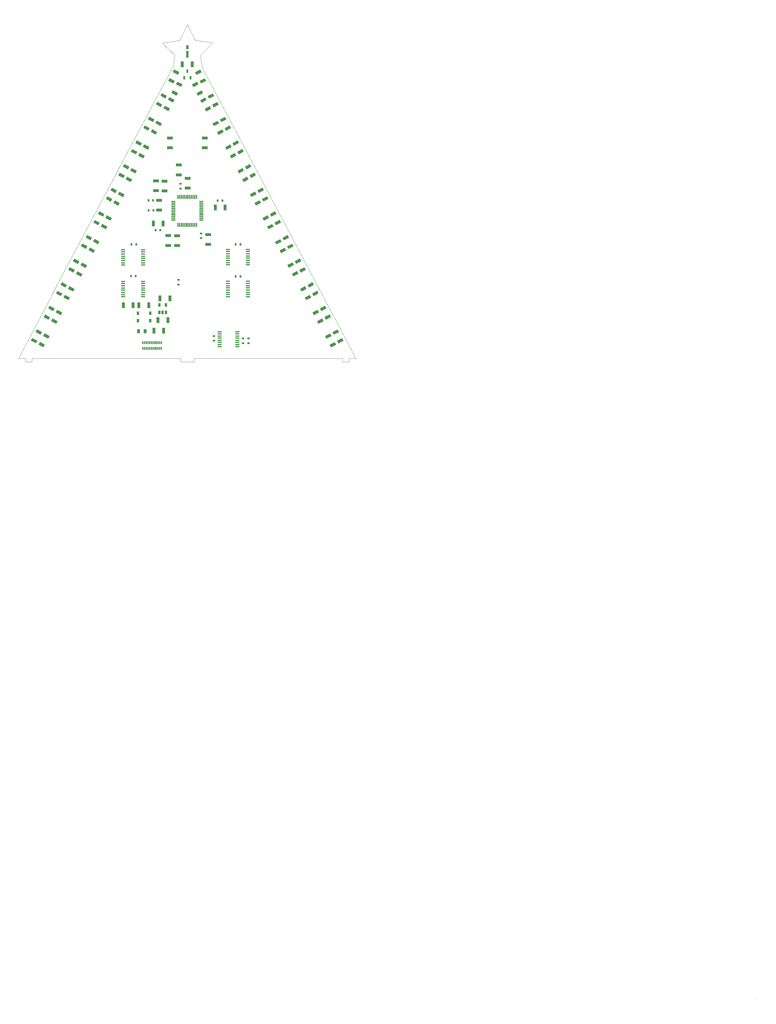
<source format=gtp>
%TF.GenerationSoftware,KiCad,Pcbnew,(5.1.6-0-10_14)*%
%TF.CreationDate,2020-10-09T22:40:52+02:00*%
%TF.ProjectId,nowae029,6e6f7761-6530-4323-992e-6b696361645f,0*%
%TF.SameCoordinates,Original*%
%TF.FileFunction,Paste,Top*%
%TF.FilePolarity,Positive*%
%FSLAX46Y46*%
G04 Gerber Fmt 4.6, Leading zero omitted, Abs format (unit mm)*
G04 Created by KiCad (PCBNEW (5.1.6-0-10_14)) date 2020-10-09 22:40:52*
%MOMM*%
%LPD*%
G01*
G04 APERTURE LIST*
%TA.AperFunction,Profile*%
%ADD10C,0.050000*%
%TD*%
%TA.AperFunction,Profile*%
%ADD11C,0.200000*%
%TD*%
%ADD12C,0.100000*%
%ADD13R,1.150000X0.300000*%
%ADD14R,0.300000X1.150000*%
%ADD15R,0.600000X0.800000*%
%ADD16R,0.900000X1.700000*%
%ADD17R,1.700000X0.900000*%
%ADD18R,0.800000X0.600000*%
%ADD19R,0.800000X1.000000*%
%ADD20R,0.900000X1.300000*%
%ADD21R,0.300000X0.850000*%
%ADD22R,1.250000X0.350000*%
%ADD23R,0.650000X1.060000*%
%ADD24R,1.200000X0.400000*%
%ADD25R,0.800000X1.200000*%
%ADD26R,0.800000X2.000000*%
%ADD27R,0.600000X1.000000*%
G04 APERTURE END LIST*
D10*
X95849877Y-42393418D02*
X96326817Y-39221785D01*
X107560690Y-35486081D02*
X103832837Y-39170169D01*
X102368975Y-34768100D02*
X107560690Y-35486081D01*
X96326817Y-39221785D02*
X92548651Y-35589313D01*
X92548651Y-35589313D02*
X97730000Y-34800000D01*
X95849877Y-42393418D02*
X94417635Y-45086053D01*
X94417635Y-45086053D02*
X92985389Y-47778769D01*
X92985389Y-47778769D02*
X91553138Y-50471647D01*
X91553138Y-50471647D02*
X90120876Y-53164768D01*
X90120876Y-53164768D02*
X88688601Y-55858214D01*
X88688601Y-55858214D02*
X87256309Y-58552065D01*
X87256309Y-58552065D02*
X85823997Y-61246402D01*
X85823997Y-61246402D02*
X84391662Y-63941307D01*
X84391662Y-63941307D02*
X82959301Y-66636860D01*
X82959301Y-66636860D02*
X81526909Y-69333143D01*
X81526909Y-69333143D02*
X80094484Y-72030236D01*
X80094484Y-72030236D02*
X78662023Y-74728221D01*
X78662023Y-74728221D02*
X77229522Y-77427179D01*
X77229522Y-77427179D02*
X75796977Y-80127190D01*
X75796977Y-80127190D02*
X74364387Y-82828336D01*
X74364387Y-82828336D02*
X72931746Y-85530699D01*
X72931746Y-85530699D02*
X71499052Y-88234358D01*
X71499052Y-88234358D02*
X70066301Y-90939395D01*
X70066301Y-90939395D02*
X68633491Y-93645891D01*
X68633491Y-93645891D02*
X67200617Y-96353928D01*
X67200617Y-96353928D02*
X65767678Y-99063585D01*
X65767678Y-99063585D02*
X64334668Y-101774945D01*
X64334668Y-101774945D02*
X62901585Y-104488088D01*
X62901585Y-104488088D02*
X61468426Y-107203095D01*
X61468426Y-107203095D02*
X60035186Y-109920048D01*
X60035186Y-109920048D02*
X58601864Y-112639028D01*
X58601864Y-112639028D02*
X57168456Y-115360115D01*
X57168456Y-115360115D02*
X55734957Y-118083390D01*
X55734957Y-118083390D02*
X54301366Y-120808935D01*
X54301366Y-120808935D02*
X52867678Y-123536831D01*
X52867678Y-123536831D02*
X51433890Y-126267159D01*
X51433890Y-126267159D02*
X50000000Y-129000000D01*
X103832837Y-39170169D02*
X104449243Y-42890699D01*
X100017169Y-30084255D02*
X102368975Y-34768100D01*
X104449243Y-42890699D02*
X150000000Y-129000000D01*
X97730000Y-34800000D02*
X100017169Y-30084255D01*
X148000000Y-129000000D02*
X150000000Y-129000000D01*
X148000000Y-130000000D02*
X148000000Y-129000000D01*
X146000000Y-130000000D02*
X148000000Y-130000000D01*
X146000000Y-129000000D02*
X146000000Y-130000000D01*
X102000000Y-129000000D02*
X146000000Y-129000000D01*
X102000000Y-130000000D02*
X102000000Y-129000000D01*
X98000000Y-130000000D02*
X102000000Y-130000000D01*
X98000000Y-129000000D02*
X98000000Y-130000000D01*
X54000000Y-129000000D02*
X98000000Y-129000000D01*
X54000000Y-130000000D02*
X54000000Y-129000000D01*
X52000000Y-130000000D02*
X54000000Y-130000000D01*
X52000000Y-129000000D02*
X52000000Y-130000000D01*
X50000000Y-129000000D02*
X52000000Y-129000000D01*
D11*
X268944859Y-318881889D02*
X268944859Y-318881889D01*
D12*
%TO.C,DL605*%
G36*
X87400757Y-59973623D02*
G01*
X88901768Y-60771724D01*
X88479243Y-61566377D01*
X86978232Y-60768276D01*
X87400757Y-59973623D01*
G37*
G36*
X88762225Y-57413075D02*
G01*
X90263236Y-58211176D01*
X89840711Y-59005829D01*
X88339700Y-58207728D01*
X88762225Y-57413075D01*
G37*
%TD*%
%TO.C,R313*%
G36*
X122307498Y-87421450D02*
G01*
X123808509Y-86623349D01*
X124231034Y-87418002D01*
X122730023Y-88216103D01*
X122307498Y-87421450D01*
G37*
G36*
X123668966Y-89981998D02*
G01*
X125169977Y-89183897D01*
X125592502Y-89978550D01*
X124091491Y-90776651D01*
X123668966Y-89981998D01*
G37*
%TD*%
D13*
%TO.C,U201*%
X95850000Y-82550000D03*
X95850000Y-83050000D03*
X95850000Y-83550000D03*
X95850000Y-84050000D03*
X95850000Y-84550000D03*
X95850000Y-85050000D03*
X95850000Y-85550000D03*
X95850000Y-86050000D03*
X95850000Y-86550000D03*
X95850000Y-87050000D03*
X95850000Y-87550000D03*
X95850000Y-88050000D03*
D14*
X97250000Y-89450000D03*
X97750000Y-89450000D03*
X98250000Y-89450000D03*
X98750000Y-89450000D03*
X99250000Y-89450000D03*
X99750000Y-89450000D03*
X100250000Y-89450000D03*
X100750000Y-89450000D03*
X101250000Y-89450000D03*
X101750000Y-89450000D03*
X102250000Y-89450000D03*
X102750000Y-89450000D03*
D13*
X104150000Y-88050000D03*
X104150000Y-87550000D03*
X104150000Y-87050000D03*
X104150000Y-86550000D03*
X104150000Y-86050000D03*
X104150000Y-85550000D03*
X104150000Y-85050000D03*
X104150000Y-84550000D03*
X104150000Y-84050000D03*
X104150000Y-83550000D03*
X104150000Y-83050000D03*
X104150000Y-82550000D03*
D14*
X102750000Y-81150000D03*
X102250000Y-81150000D03*
X101750000Y-81150000D03*
X101250000Y-81150000D03*
X100750000Y-81150000D03*
X100250000Y-81150000D03*
X99750000Y-81150000D03*
X99250000Y-81150000D03*
X98750000Y-81150000D03*
X98250000Y-81150000D03*
X97750000Y-81150000D03*
X97250000Y-81150000D03*
%TD*%
D15*
%TO.C,C201*%
X110450000Y-82300000D03*
X109050000Y-82300000D03*
%TD*%
%TO.C,C202*%
X89910000Y-82190000D03*
X88510000Y-82190000D03*
%TD*%
%TO.C,C203*%
X88530000Y-85120000D03*
X89930000Y-85120000D03*
%TD*%
D16*
%TO.C,C204*%
X111200000Y-84300000D03*
X108300000Y-84300000D03*
%TD*%
D15*
%TO.C,C205*%
X92030000Y-91030000D03*
X90630000Y-91030000D03*
%TD*%
D16*
%TO.C,C206*%
X89980000Y-89030000D03*
X92880000Y-89030000D03*
%TD*%
D17*
%TO.C,C207*%
X100120000Y-78550000D03*
X100120000Y-75650000D03*
%TD*%
D18*
%TO.C,C208*%
X98020000Y-77300000D03*
X98020000Y-78700000D03*
%TD*%
D17*
%TO.C,C209*%
X106200000Y-92350000D03*
X106200000Y-95250000D03*
%TD*%
D18*
%TO.C,C210*%
X104100000Y-93400000D03*
X104100000Y-92000000D03*
%TD*%
%TO.C,C211*%
X97430000Y-105760000D03*
X97430000Y-107160000D03*
%TD*%
D15*
%TO.C,C301*%
X115750000Y-95250000D03*
X114350000Y-95250000D03*
%TD*%
%TO.C,C302*%
X114350000Y-104750000D03*
X115750000Y-104750000D03*
%TD*%
D16*
%TO.C,C401*%
X91350000Y-117700000D03*
X94250000Y-117700000D03*
%TD*%
%TO.C,C402*%
X91950000Y-111200000D03*
X94850000Y-111200000D03*
%TD*%
%TO.C,C501*%
X93050000Y-120800000D03*
X90150000Y-120800000D03*
%TD*%
D18*
%TO.C,C502*%
X107930000Y-123790000D03*
X107930000Y-122390000D03*
%TD*%
%TO.C,C503*%
X116570000Y-124490000D03*
X116570000Y-123090000D03*
%TD*%
%TO.C,C504*%
X118170000Y-123090000D03*
X118170000Y-124490000D03*
%TD*%
D15*
%TO.C,C601*%
X83460000Y-95210000D03*
X84860000Y-95210000D03*
%TD*%
%TO.C,C602*%
X84730000Y-104620000D03*
X83330000Y-104620000D03*
%TD*%
D19*
%TO.C,D401*%
X85400000Y-117800000D03*
X89000000Y-117800000D03*
%TD*%
%TO.C,D402*%
X89000000Y-115600000D03*
X85400000Y-115600000D03*
%TD*%
D20*
%TO.C,D501*%
X85600000Y-121000000D03*
X87500000Y-121000000D03*
%TD*%
D12*
%TO.C,DL301*%
G36*
X103688232Y-46801724D02*
G01*
X105189243Y-46003623D01*
X105611768Y-46798276D01*
X104110757Y-47596377D01*
X103688232Y-46801724D01*
G37*
G36*
X102326764Y-44241176D02*
G01*
X103827775Y-43443075D01*
X104250300Y-44237728D01*
X102749289Y-45035829D01*
X102326764Y-44241176D01*
G37*
%TD*%
%TO.C,DL303*%
G36*
X107399700Y-53862272D02*
G01*
X108900711Y-53064171D01*
X109323236Y-53858824D01*
X107822225Y-54656925D01*
X107399700Y-53862272D01*
G37*
G36*
X106038232Y-51301724D02*
G01*
X107539243Y-50503623D01*
X107961768Y-51298276D01*
X106460757Y-52096377D01*
X106038232Y-51301724D01*
G37*
%TD*%
%TO.C,DL305*%
G36*
X111088232Y-60801724D02*
G01*
X112589243Y-60003623D01*
X113011768Y-60798276D01*
X111510757Y-61596377D01*
X111088232Y-60801724D01*
G37*
G36*
X109726764Y-58241176D02*
G01*
X111227775Y-57443075D01*
X111650300Y-58237728D01*
X110149289Y-59035829D01*
X109726764Y-58241176D01*
G37*
%TD*%
%TO.C,DL307*%
G36*
X114818966Y-67781998D02*
G01*
X116319977Y-66983897D01*
X116742502Y-67778550D01*
X115241491Y-68576651D01*
X114818966Y-67781998D01*
G37*
G36*
X113457498Y-65221450D02*
G01*
X114958509Y-64423349D01*
X115381034Y-65218002D01*
X113880023Y-66016103D01*
X113457498Y-65221450D01*
G37*
%TD*%
%TO.C,DL309*%
G36*
X118468966Y-74781998D02*
G01*
X119969977Y-73983897D01*
X120392502Y-74778550D01*
X118891491Y-75576651D01*
X118468966Y-74781998D01*
G37*
G36*
X117107498Y-72221450D02*
G01*
X118608509Y-71423349D01*
X119031034Y-72218002D01*
X117530023Y-73016103D01*
X117107498Y-72221450D01*
G37*
%TD*%
%TO.C,DL311*%
G36*
X122168966Y-81781998D02*
G01*
X123669977Y-80983897D01*
X124092502Y-81778550D01*
X122591491Y-82576651D01*
X122168966Y-81781998D01*
G37*
G36*
X120807498Y-79221450D02*
G01*
X122308509Y-78423349D01*
X122731034Y-79218002D01*
X121230023Y-80016103D01*
X120807498Y-79221450D01*
G37*
%TD*%
%TO.C,DL313*%
G36*
X125868966Y-88781998D02*
G01*
X127369977Y-87983897D01*
X127792502Y-88778550D01*
X126291491Y-89576651D01*
X125868966Y-88781998D01*
G37*
G36*
X124507498Y-86221450D02*
G01*
X126008509Y-85423349D01*
X126431034Y-86218002D01*
X124930023Y-87016103D01*
X124507498Y-86221450D01*
G37*
%TD*%
%TO.C,DL315*%
G36*
X129618966Y-95831998D02*
G01*
X131119977Y-95033897D01*
X131542502Y-95828550D01*
X130041491Y-96626651D01*
X129618966Y-95831998D01*
G37*
G36*
X128257498Y-93271450D02*
G01*
X129758509Y-92473349D01*
X130181034Y-93268002D01*
X128680023Y-94066103D01*
X128257498Y-93271450D01*
G37*
%TD*%
%TO.C,DL317*%
G36*
X133268966Y-102781998D02*
G01*
X134769977Y-101983897D01*
X135192502Y-102778550D01*
X133691491Y-103576651D01*
X133268966Y-102781998D01*
G37*
G36*
X131907498Y-100221450D02*
G01*
X133408509Y-99423349D01*
X133831034Y-100218002D01*
X132330023Y-101016103D01*
X131907498Y-100221450D01*
G37*
%TD*%
%TO.C,DL319*%
G36*
X137018966Y-109781998D02*
G01*
X138519977Y-108983897D01*
X138942502Y-109778550D01*
X137441491Y-110576651D01*
X137018966Y-109781998D01*
G37*
G36*
X135657498Y-107221450D02*
G01*
X137158509Y-106423349D01*
X137581034Y-107218002D01*
X136080023Y-108016103D01*
X135657498Y-107221450D01*
G37*
%TD*%
%TO.C,DL321*%
G36*
X140718966Y-116781998D02*
G01*
X142219977Y-115983897D01*
X142642502Y-116778550D01*
X141141491Y-117576651D01*
X140718966Y-116781998D01*
G37*
G36*
X139357498Y-114221450D02*
G01*
X140858509Y-113423349D01*
X141281034Y-114218002D01*
X139780023Y-115016103D01*
X139357498Y-114221450D01*
G37*
%TD*%
%TO.C,DL323*%
G36*
X144418966Y-123781998D02*
G01*
X145919977Y-122983897D01*
X146342502Y-123778550D01*
X144841491Y-124576651D01*
X144418966Y-123781998D01*
G37*
G36*
X143057498Y-121221450D02*
G01*
X144558509Y-120423349D01*
X144981034Y-121218002D01*
X143480023Y-122016103D01*
X143057498Y-121221450D01*
G37*
%TD*%
%TO.C,DL601*%
G36*
X94820023Y-45983897D02*
G01*
X96321034Y-46781998D01*
X95898509Y-47576651D01*
X94397498Y-46778550D01*
X94820023Y-45983897D01*
G37*
G36*
X96181491Y-43423349D02*
G01*
X97682502Y-44221450D01*
X97259977Y-45016103D01*
X95758966Y-44218002D01*
X96181491Y-43423349D01*
G37*
%TD*%
%TO.C,DL603*%
G36*
X91120023Y-52993897D02*
G01*
X92621034Y-53791998D01*
X92198509Y-54586651D01*
X90697498Y-53788550D01*
X91120023Y-52993897D01*
G37*
G36*
X92481491Y-50433349D02*
G01*
X93982502Y-51231450D01*
X93559977Y-52026103D01*
X92058966Y-51228002D01*
X92481491Y-50433349D01*
G37*
%TD*%
%TO.C,DL607*%
G36*
X83710023Y-67003897D02*
G01*
X85211034Y-67801998D01*
X84788509Y-68596651D01*
X83287498Y-67798550D01*
X83710023Y-67003897D01*
G37*
G36*
X85071491Y-64443349D02*
G01*
X86572502Y-65241450D01*
X86149977Y-66036103D01*
X84648966Y-65238002D01*
X85071491Y-64443349D01*
G37*
%TD*%
%TO.C,DL609*%
G36*
X79990023Y-74003897D02*
G01*
X81491034Y-74801998D01*
X81068509Y-75596651D01*
X79567498Y-74798550D01*
X79990023Y-74003897D01*
G37*
G36*
X81351491Y-71443349D02*
G01*
X82852502Y-72241450D01*
X82429977Y-73036103D01*
X80928966Y-72238002D01*
X81351491Y-71443349D01*
G37*
%TD*%
%TO.C,DL611*%
G36*
X76295023Y-81009634D02*
G01*
X77796034Y-81807735D01*
X77373509Y-82602388D01*
X75872498Y-81804287D01*
X76295023Y-81009634D01*
G37*
G36*
X77656491Y-78449086D02*
G01*
X79157502Y-79247187D01*
X78734977Y-80041840D01*
X77233966Y-79243739D01*
X77656491Y-78449086D01*
G37*
%TD*%
%TO.C,DL613*%
G36*
X72580023Y-88003897D02*
G01*
X74081034Y-88801998D01*
X73658509Y-89596651D01*
X72157498Y-88798550D01*
X72580023Y-88003897D01*
G37*
G36*
X73941491Y-85443349D02*
G01*
X75442502Y-86241450D01*
X75019977Y-87036103D01*
X73518966Y-86238002D01*
X73941491Y-85443349D01*
G37*
%TD*%
%TO.C,DL615*%
G36*
X68920023Y-94983897D02*
G01*
X70421034Y-95781998D01*
X69998509Y-96576651D01*
X68497498Y-95778550D01*
X68920023Y-94983897D01*
G37*
G36*
X70281491Y-92423349D02*
G01*
X71782502Y-93221450D01*
X71359977Y-94016103D01*
X69858966Y-93218002D01*
X70281491Y-92423349D01*
G37*
%TD*%
%TO.C,DL617*%
G36*
X65190023Y-102003897D02*
G01*
X66691034Y-102801998D01*
X66268509Y-103596651D01*
X64767498Y-102798550D01*
X65190023Y-102003897D01*
G37*
G36*
X66551491Y-99443349D02*
G01*
X68052502Y-100241450D01*
X67629977Y-101036103D01*
X66128966Y-100238002D01*
X66551491Y-99443349D01*
G37*
%TD*%
%TO.C,DL619*%
G36*
X61480023Y-108993897D02*
G01*
X62981034Y-109791998D01*
X62558509Y-110586651D01*
X61057498Y-109788550D01*
X61480023Y-108993897D01*
G37*
G36*
X62841491Y-106433349D02*
G01*
X64342502Y-107231450D01*
X63919977Y-108026103D01*
X62418966Y-107228002D01*
X62841491Y-106433349D01*
G37*
%TD*%
%TO.C,DL621*%
G36*
X57840023Y-115993897D02*
G01*
X59341034Y-116791998D01*
X58918509Y-117586651D01*
X57417498Y-116788550D01*
X57840023Y-115993897D01*
G37*
G36*
X59201491Y-113433349D02*
G01*
X60702502Y-114231450D01*
X60279977Y-115026103D01*
X58778966Y-114228002D01*
X59201491Y-113433349D01*
G37*
%TD*%
%TO.C,DL623*%
G36*
X54100023Y-122973897D02*
G01*
X55601034Y-123771998D01*
X55178509Y-124566651D01*
X53677498Y-123768550D01*
X54100023Y-122973897D01*
G37*
G36*
X55461491Y-120413349D02*
G01*
X56962502Y-121211450D01*
X56539977Y-122006103D01*
X55038966Y-121208002D01*
X55461491Y-120413349D01*
G37*
%TD*%
D21*
%TO.C,P501*%
X86850000Y-124370000D03*
X87350000Y-124370000D03*
X87850000Y-124370000D03*
X88350000Y-124370000D03*
X88850000Y-124370000D03*
X89350000Y-124370000D03*
X89850000Y-124370000D03*
X90350000Y-124370000D03*
X90850000Y-124370000D03*
X91350000Y-124370000D03*
X91850000Y-124370000D03*
X92350000Y-124370000D03*
X86850000Y-126030000D03*
X87350000Y-126030000D03*
X87850000Y-126030000D03*
X88350000Y-126030000D03*
X88850000Y-126030000D03*
X89350000Y-126030000D03*
X89850000Y-126030000D03*
X90350000Y-126030000D03*
X90850000Y-126030000D03*
X91350000Y-126030000D03*
X91850000Y-126030000D03*
X92350000Y-126030000D03*
%TD*%
D17*
%TO.C,R201*%
X90750000Y-79340000D03*
X90750000Y-76440000D03*
%TD*%
%TO.C,R202*%
X94900000Y-63750000D03*
X94900000Y-66650000D03*
%TD*%
%TO.C,R203*%
X93250000Y-76490000D03*
X93250000Y-79390000D03*
%TD*%
%TO.C,R204*%
X105200000Y-66650000D03*
X105200000Y-63750000D03*
%TD*%
%TO.C,R205*%
X94400000Y-92650000D03*
X94400000Y-95550000D03*
%TD*%
%TO.C,R206*%
X97000000Y-95600000D03*
X97000000Y-92700000D03*
%TD*%
D12*
%TO.C,R301*%
G36*
X101388232Y-47851724D02*
G01*
X102889243Y-47053623D01*
X103311768Y-47848276D01*
X101810757Y-48646377D01*
X101388232Y-47851724D01*
G37*
G36*
X102749700Y-50412272D02*
G01*
X104250711Y-49614171D01*
X104673236Y-50408824D01*
X103172225Y-51206925D01*
X102749700Y-50412272D01*
G37*
%TD*%
%TO.C,R303*%
G36*
X103807498Y-52521450D02*
G01*
X105308509Y-51723349D01*
X105731034Y-52518002D01*
X104230023Y-53316103D01*
X103807498Y-52521450D01*
G37*
G36*
X105168966Y-55081998D02*
G01*
X106669977Y-54283897D01*
X107092502Y-55078550D01*
X105591491Y-55876651D01*
X105168966Y-55081998D01*
G37*
%TD*%
%TO.C,R305*%
G36*
X107507498Y-59421450D02*
G01*
X109008509Y-58623349D01*
X109431034Y-59418002D01*
X107930023Y-60216103D01*
X107507498Y-59421450D01*
G37*
G36*
X108868966Y-61981998D02*
G01*
X110369977Y-61183897D01*
X110792502Y-61978550D01*
X109291491Y-62776651D01*
X108868966Y-61981998D01*
G37*
%TD*%
%TO.C,R307*%
G36*
X111257498Y-66421450D02*
G01*
X112758509Y-65623349D01*
X113181034Y-66418002D01*
X111680023Y-67216103D01*
X111257498Y-66421450D01*
G37*
G36*
X112618966Y-68981998D02*
G01*
X114119977Y-68183897D01*
X114542502Y-68978550D01*
X113041491Y-69776651D01*
X112618966Y-68981998D01*
G37*
%TD*%
%TO.C,R309*%
G36*
X114907498Y-73421450D02*
G01*
X116408509Y-72623349D01*
X116831034Y-73418002D01*
X115330023Y-74216103D01*
X114907498Y-73421450D01*
G37*
G36*
X116268966Y-75981998D02*
G01*
X117769977Y-75183897D01*
X118192502Y-75978550D01*
X116691491Y-76776651D01*
X116268966Y-75981998D01*
G37*
%TD*%
%TO.C,R311*%
G36*
X118613235Y-80396450D02*
G01*
X120114246Y-79598349D01*
X120536771Y-80393002D01*
X119035760Y-81191103D01*
X118613235Y-80396450D01*
G37*
G36*
X119974703Y-82956998D02*
G01*
X121475714Y-82158897D01*
X121898239Y-82953550D01*
X120397228Y-83751651D01*
X119974703Y-82956998D01*
G37*
%TD*%
%TO.C,R315*%
G36*
X126057498Y-94471450D02*
G01*
X127558509Y-93673349D01*
X127981034Y-94468002D01*
X126480023Y-95266103D01*
X126057498Y-94471450D01*
G37*
G36*
X127418966Y-97031998D02*
G01*
X128919977Y-96233897D01*
X129342502Y-97028550D01*
X127841491Y-97826651D01*
X127418966Y-97031998D01*
G37*
%TD*%
%TO.C,R317*%
G36*
X129707498Y-101371450D02*
G01*
X131208509Y-100573349D01*
X131631034Y-101368002D01*
X130130023Y-102166103D01*
X129707498Y-101371450D01*
G37*
G36*
X131068966Y-103931998D02*
G01*
X132569977Y-103133897D01*
X132992502Y-103928550D01*
X131491491Y-104726651D01*
X131068966Y-103931998D01*
G37*
%TD*%
%TO.C,R319*%
G36*
X133457498Y-108421450D02*
G01*
X134958509Y-107623349D01*
X135381034Y-108418002D01*
X133880023Y-109216103D01*
X133457498Y-108421450D01*
G37*
G36*
X134818966Y-110981998D02*
G01*
X136319977Y-110183897D01*
X136742502Y-110978550D01*
X135241491Y-111776651D01*
X134818966Y-110981998D01*
G37*
%TD*%
%TO.C,R321*%
G36*
X137157498Y-115421450D02*
G01*
X138658509Y-114623349D01*
X139081034Y-115418002D01*
X137580023Y-116216103D01*
X137157498Y-115421450D01*
G37*
G36*
X138518966Y-117981998D02*
G01*
X140019977Y-117183897D01*
X140442502Y-117978550D01*
X138941491Y-118776651D01*
X138518966Y-117981998D01*
G37*
%TD*%
%TO.C,R323*%
G36*
X140857498Y-122421450D02*
G01*
X142358509Y-121623349D01*
X142781034Y-122418002D01*
X141280023Y-123216103D01*
X140857498Y-122421450D01*
G37*
G36*
X142218966Y-124981998D02*
G01*
X143719977Y-124183897D01*
X144142502Y-124978550D01*
X142641491Y-125776651D01*
X142218966Y-124981998D01*
G37*
%TD*%
D16*
%TO.C,R401*%
X85680000Y-113230000D03*
X88580000Y-113230000D03*
%TD*%
%TO.C,R402*%
X83940000Y-113250000D03*
X81040000Y-113250000D03*
%TD*%
D12*
%TO.C,R601*%
G36*
X97111491Y-47023349D02*
G01*
X98612502Y-47821450D01*
X98189977Y-48616103D01*
X96688966Y-47818002D01*
X97111491Y-47023349D01*
G37*
G36*
X95750023Y-49583897D02*
G01*
X97251034Y-50381998D01*
X96828509Y-51176651D01*
X95327498Y-50378550D01*
X95750023Y-49583897D01*
G37*
%TD*%
%TO.C,R603*%
G36*
X94701491Y-51613349D02*
G01*
X96202502Y-52411450D01*
X95779977Y-53206103D01*
X94278966Y-52408002D01*
X94701491Y-51613349D01*
G37*
G36*
X93340023Y-54173897D02*
G01*
X94841034Y-54971998D01*
X94418509Y-55766651D01*
X92917498Y-54968550D01*
X93340023Y-54173897D01*
G37*
%TD*%
%TO.C,R605*%
G36*
X90961491Y-58583349D02*
G01*
X92462502Y-59381450D01*
X92039977Y-60176103D01*
X90538966Y-59378002D01*
X90961491Y-58583349D01*
G37*
G36*
X89600023Y-61143897D02*
G01*
X91101034Y-61941998D01*
X90678509Y-62736651D01*
X89177498Y-61938550D01*
X89600023Y-61143897D01*
G37*
%TD*%
%TO.C,R607*%
G36*
X87281491Y-65603349D02*
G01*
X88782502Y-66401450D01*
X88359977Y-67196103D01*
X86858966Y-66398002D01*
X87281491Y-65603349D01*
G37*
G36*
X85920023Y-68163897D02*
G01*
X87421034Y-68961998D01*
X86998509Y-69756651D01*
X85497498Y-68958550D01*
X85920023Y-68163897D01*
G37*
%TD*%
%TO.C,R609*%
G36*
X83565754Y-72628349D02*
G01*
X85066765Y-73426450D01*
X84644240Y-74221103D01*
X83143229Y-73423002D01*
X83565754Y-72628349D01*
G37*
G36*
X82204286Y-75188897D02*
G01*
X83705297Y-75986998D01*
X83282772Y-76781651D01*
X81781761Y-75983550D01*
X82204286Y-75188897D01*
G37*
%TD*%
%TO.C,R611*%
G36*
X79871491Y-79633349D02*
G01*
X81372502Y-80431450D01*
X80949977Y-81226103D01*
X79448966Y-80428002D01*
X79871491Y-79633349D01*
G37*
G36*
X78510023Y-82193897D02*
G01*
X80011034Y-82991998D01*
X79588509Y-83786651D01*
X78087498Y-82988550D01*
X78510023Y-82193897D01*
G37*
%TD*%
%TO.C,R613*%
G36*
X76161491Y-86613349D02*
G01*
X77662502Y-87411450D01*
X77239977Y-88206103D01*
X75738966Y-87408002D01*
X76161491Y-86613349D01*
G37*
G36*
X74800023Y-89173897D02*
G01*
X76301034Y-89971998D01*
X75878509Y-90766651D01*
X74377498Y-89968550D01*
X74800023Y-89173897D01*
G37*
%TD*%
%TO.C,R615*%
G36*
X72497228Y-93608349D02*
G01*
X73998239Y-94406450D01*
X73575714Y-95201103D01*
X72074703Y-94403002D01*
X72497228Y-93608349D01*
G37*
G36*
X71135760Y-96168897D02*
G01*
X72636771Y-96966998D01*
X72214246Y-97761651D01*
X70713235Y-96963550D01*
X71135760Y-96168897D01*
G37*
%TD*%
%TO.C,R617*%
G36*
X68791491Y-100643349D02*
G01*
X70292502Y-101441450D01*
X69869977Y-102236103D01*
X68368966Y-101438002D01*
X68791491Y-100643349D01*
G37*
G36*
X67430023Y-103203897D02*
G01*
X68931034Y-104001998D01*
X68508509Y-104796651D01*
X67007498Y-103998550D01*
X67430023Y-103203897D01*
G37*
%TD*%
%TO.C,R619*%
G36*
X65095754Y-107628349D02*
G01*
X66596765Y-108426450D01*
X66174240Y-109221103D01*
X64673229Y-108423002D01*
X65095754Y-107628349D01*
G37*
G36*
X63734286Y-110188897D02*
G01*
X65235297Y-110986998D01*
X64812772Y-111781651D01*
X63311761Y-110983550D01*
X63734286Y-110188897D01*
G37*
%TD*%
%TO.C,R621*%
G36*
X61441491Y-114613349D02*
G01*
X62942502Y-115411450D01*
X62519977Y-116206103D01*
X61018966Y-115408002D01*
X61441491Y-114613349D01*
G37*
G36*
X60080023Y-117173897D02*
G01*
X61581034Y-117971998D01*
X61158509Y-118766651D01*
X59657498Y-117968550D01*
X60080023Y-117173897D01*
G37*
%TD*%
%TO.C,R623*%
G36*
X57690757Y-121583623D02*
G01*
X59191768Y-122381724D01*
X58769243Y-123176377D01*
X57268232Y-122378276D01*
X57690757Y-121583623D01*
G37*
G36*
X56329289Y-124144171D02*
G01*
X57830300Y-124942272D01*
X57407775Y-125736925D01*
X55906764Y-124938824D01*
X56329289Y-124144171D01*
G37*
%TD*%
D22*
%TO.C,U301*%
X112100000Y-96725000D03*
X112100000Y-97375000D03*
X112100000Y-98025000D03*
X112100000Y-98675000D03*
X112100000Y-99325000D03*
X112100000Y-99975000D03*
X112100000Y-100625000D03*
X118000000Y-100625000D03*
X118000000Y-99975000D03*
X118000000Y-99325000D03*
X118000000Y-98675000D03*
X118000000Y-98025000D03*
X118000000Y-97375000D03*
X118000000Y-96725000D03*
X112100000Y-101275000D03*
X118000000Y-101275000D03*
%TD*%
%TO.C,U302*%
X112100000Y-106175000D03*
X112100000Y-106825000D03*
X112100000Y-107475000D03*
X112100000Y-108125000D03*
X112100000Y-108775000D03*
X112100000Y-109425000D03*
X112100000Y-110075000D03*
X118000000Y-110075000D03*
X118000000Y-109425000D03*
X118000000Y-108775000D03*
X118000000Y-108125000D03*
X118000000Y-107475000D03*
X118000000Y-106825000D03*
X118000000Y-106175000D03*
X112100000Y-110725000D03*
X118000000Y-110725000D03*
%TD*%
D23*
%TO.C,U401*%
X91750000Y-115400000D03*
X92700000Y-115400000D03*
X93650000Y-115400000D03*
X93650000Y-113200000D03*
X91750000Y-113200000D03*
%TD*%
D24*
%TO.C,U501*%
X109630000Y-121137500D03*
X109630000Y-121772500D03*
X109630000Y-122407500D03*
X109630000Y-123042500D03*
X109630000Y-123677500D03*
X109630000Y-124312500D03*
X109630000Y-124947500D03*
X109630000Y-125582500D03*
X114830000Y-125582500D03*
X114830000Y-124947500D03*
X114830000Y-124312500D03*
X114830000Y-123677500D03*
X114830000Y-123042500D03*
X114830000Y-122407500D03*
X114830000Y-121772500D03*
X114830000Y-121137500D03*
%TD*%
D22*
%TO.C,U601*%
X86890000Y-101355000D03*
X80990000Y-101355000D03*
X86890000Y-96805000D03*
X86890000Y-97455000D03*
X86890000Y-98105000D03*
X86890000Y-98755000D03*
X86890000Y-99405000D03*
X86890000Y-100055000D03*
X86890000Y-100705000D03*
X80990000Y-100705000D03*
X80990000Y-100055000D03*
X80990000Y-99405000D03*
X80990000Y-98755000D03*
X80990000Y-98105000D03*
X80990000Y-97455000D03*
X80990000Y-96805000D03*
%TD*%
%TO.C,U602*%
X80980000Y-106220000D03*
X80980000Y-106870000D03*
X80980000Y-107520000D03*
X80980000Y-108170000D03*
X80980000Y-108820000D03*
X80980000Y-109470000D03*
X80980000Y-110120000D03*
X86880000Y-110120000D03*
X86880000Y-109470000D03*
X86880000Y-108820000D03*
X86880000Y-108170000D03*
X86880000Y-107520000D03*
X86880000Y-106870000D03*
X86880000Y-106220000D03*
X80980000Y-110770000D03*
X86880000Y-110770000D03*
%TD*%
D17*
%TO.C,Y201*%
X91680000Y-82210000D03*
X91680000Y-85110000D03*
%TD*%
D25*
%TO.C,DL701*%
X100010000Y-36820000D03*
D26*
X100010000Y-38970000D03*
%TD*%
D27*
%TO.C,Q701*%
X99070000Y-45890000D03*
X100970000Y-45890000D03*
X100020000Y-43890000D03*
%TD*%
D17*
%TO.C,R701*%
X97498000Y-74630000D03*
X97498000Y-71730000D03*
%TD*%
D16*
%TO.C,R702*%
X98540000Y-41900000D03*
X101440000Y-41900000D03*
%TD*%
M02*

</source>
